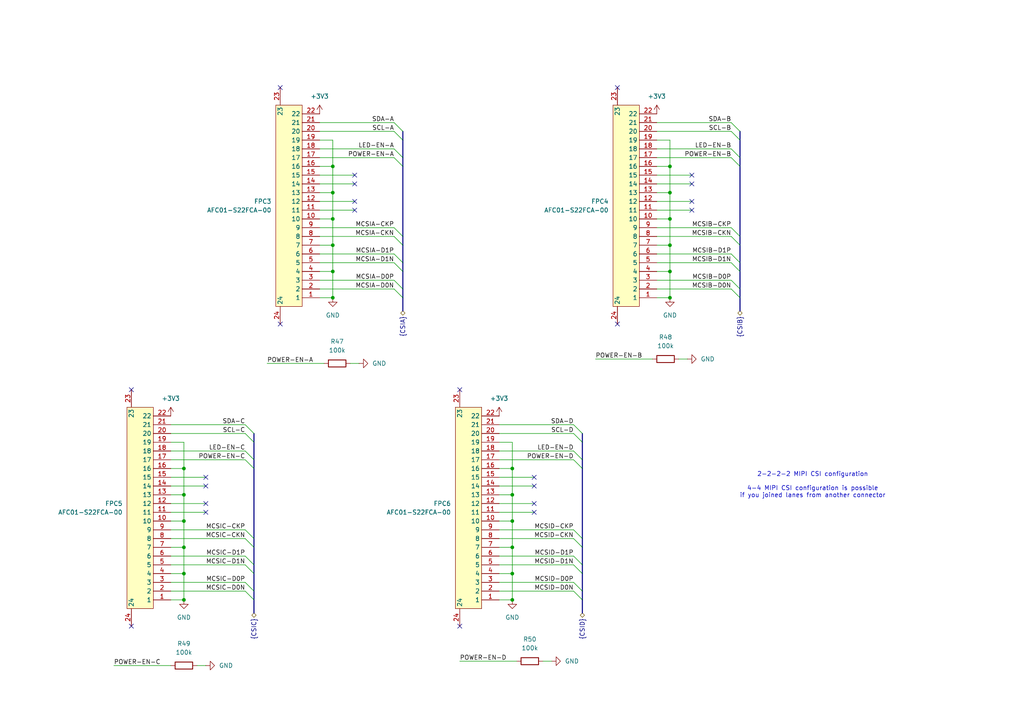
<source format=kicad_sch>
(kicad_sch (version 20250114) (generator "eeschema") (generator_version "9.0")
  (paper "A4")
  (title_block (date "2025-02-20") (rev "V0.1") (company "Matthew Spotten"))
  (lib_symbols
    (symbol "Device:R" (pin_numbers (hide yes)) (pin_names (offset 0))
      (property "Reference" "R" (at 2.032 0 90))
      (property "Value" "R" (at 0 0 90))
      (symbol "R_0_1"
        (rectangle (start -1.016 -2.54) (end 1.016 2.54) (stroke (width 0.254)))
      )
      (symbol "R_1_1"
        (pin passive line (at 0 3.81 270) (length 1.27) (name "~") (number "1"))
        (pin passive line (at 0 -3.81 90) (length 1.27) (name "~") (number "2"))
      )
    )
    (symbol "easyeda:AFC01-S22FCA-00"
      (property "Reference" "FPC" (at 0 39.37 0))
      (property "Value" "AFC01-S22FCA-00" (at 0 -39.37 0))
      (symbol "AFC01-S22FCA-00_0_1"
        (rectangle (start -1.27 29.21) (end 6.35 -29.21) (fill (type background)))
        (pin unspecified line (at -6.35 26.67 0) (length 5.08) (name "1") (number "1"))
        (pin unspecified line (at -6.35 24.13 0) (length 5.08) (name "2") (number "2"))
        (pin unspecified line (at -6.35 21.59 0) (length 5.08) (name "3") (number "3"))
        (pin unspecified line (at -6.35 19.05 0) (length 5.08) (name "4") (number "4"))
        (pin unspecified line (at -6.35 16.51 0) (length 5.08) (name "5") (number "5"))
        (pin unspecified line (at -6.35 13.97 0) (length 5.08) (name "6") (number "6"))
        (pin unspecified line (at -6.35 11.43 0) (length 5.08) (name "7") (number "7"))
        (pin unspecified line (at -6.35 8.89 0) (length 5.08) (name "8") (number "8"))
        (pin unspecified line (at -6.35 6.35 0) (length 5.08) (name "9") (number "9"))
        (pin unspecified line (at -6.35 3.81 0) (length 5.08) (name "10") (number "10"))
        (pin unspecified line (at -6.35 1.27 0) (length 5.08) (name "11") (number "11"))
        (pin unspecified line (at -6.35 -1.27 0) (length 5.08) (name "12") (number "12"))
        (pin unspecified line (at -6.35 -3.81 0) (length 5.08) (name "13") (number "13"))
        (pin unspecified line (at -6.35 -6.35 0) (length 5.08) (name "14") (number "14"))
        (pin unspecified line (at -6.35 -8.89 0) (length 5.08) (name "15") (number "15"))
        (pin unspecified line (at -6.35 -11.43 0) (length 5.08) (name "16") (number "16"))
        (pin unspecified line (at -6.35 -13.97 0) (length 5.08) (name "17") (number "17"))
        (pin unspecified line (at -6.35 -16.51 0) (length 5.08) (name "18") (number "18"))
        (pin unspecified line (at -6.35 -19.05 0) (length 5.08) (name "19") (number "19"))
        (pin unspecified line (at -6.35 -21.59 0) (length 5.08) (name "20") (number "20"))
        (pin unspecified line (at -6.35 -24.13 0) (length 5.08) (name "21") (number "21"))
        (pin unspecified line (at -6.35 -26.67 0) (length 5.08) (name "22") (number "22"))
        (pin unspecified line (at 5.08 34.29 270) (length 5.08) (name "24") (number "24"))
        (pin unspecified line (at 5.08 -34.29 90) (length 5.08) (name "23") (number "23"))
      )
    )
    (symbol "power:+3V3" (power) (pin_numbers (hide yes)) (pin_names (offset 0) (hide yes))
      (property "Value" "+3V3" (at 0 3.556 0))
      (symbol "+3V3_0_1"
        (polyline (pts (xy -0.762 1.27) (xy 0 2.54)))
        (polyline (pts (xy 0 2.54) (xy 0.762 1.27)))
        (polyline (pts (xy 0 0) (xy 0 2.54)))
      )
      (symbol "+3V3_1_1"
        (pin power_in line (at 0 0 90) (length 0) (name "~") (number "1"))
      )
    )
    (symbol "power:GND" (power) (pin_numbers (hide yes)) (pin_names (offset 0) (hide yes))
      (property "Value" "GND" (at 0 -3.81 0))
      (symbol "GND_0_1"
        (polyline (pts (xy 0 0) (xy 0 -1.27) (xy 1.27 -1.27) (xy 0 -2.54) (xy -1.27 -1.27) (xy 0 -1.27)))
      )
      (symbol "GND_1_1"
        (pin power_in line (at 0 0 270) (length 0) (name "~") (number "1"))
      )
    )
  )
  (bus_alias "CSIA" (members "MCSIA-D0N" "MCSIA-D0P" "MCSIA-D1N" "MCSIA-D1P" "MCSIA-CKN" "MCSIA-CKP" "POWER-EN-A" "LED-EN-A" "SCL-A" "SDA-A"))
  (bus_alias "CSIB" (members "MCSIB-D0N" "MCSIB-D0P" "MCSIB-D1N" "MCSIB-D1P" "MCSIB-CKN" "MCSIB-CKP" "POWER-EN-B" "LED-EN-B" "SCL-B" "SDA-B"))
  (bus_alias "CSIC" (members "MCSIC-D0N" "MCSIC-D0P" "MCSIC-D1N" "MCSIC-D1P" "MCSIC-CKN" "MCSIC-CKP" "POWER-EN-C" "LED-EN-C" "SCL-C" "SDA-C"))
  (bus_alias "CSID" (members "MCSID-D0N" "MCSID-D0P" "MCSID-D1N" "MCSID-D1P" "MCSID-CKN" "MCSID-CKP" "POWER-EN-D" "LED-EN-D" "SCL-D" "SDA-D"))
  (text "2-2-2-2 MIPI CSI configuration\n\n4-4 MIPI CSI configuration is possible\nif you joined lanes from another connector\n" (at 235.712 140.716 0) (effects (font (size 1.27 1.27))))
  (junction (at 194.31 55.88))
  (junction (at 148.59 135.89))
  (junction (at 53.34 166.37))
  (junction (at 194.31 48.26))
  (junction (at 148.59 173.99))
  (junction (at 96.52 63.5))
  (junction (at 53.34 135.89))
  (junction (at 148.59 166.37))
  (junction (at 194.31 71.12))
  (junction (at 148.59 143.51))
  (junction (at 194.31 86.36))
  (junction (at 53.34 158.75))
  (junction (at 96.52 55.88))
  (junction (at 53.34 143.51))
  (junction (at 194.31 63.5))
  (junction (at 194.31 78.74))
  (junction (at 148.59 158.75))
  (junction (at 53.34 151.13))
  (junction (at 148.59 151.13))
  (junction (at 96.52 48.26))
  (junction (at 96.52 78.74))
  (junction (at 96.52 71.12))
  (junction (at 53.34 173.99))
  (junction (at 96.52 86.36))
  (no_connect (at 59.69 148.59))
  (no_connect (at 102.87 53.34))
  (no_connect (at 154.94 138.43))
  (no_connect (at 81.28 25.4))
  (no_connect (at 59.69 146.05))
  (no_connect (at 81.28 93.98))
  (no_connect (at 154.94 148.59))
  (no_connect (at 102.87 60.96))
  (no_connect (at 38.1 113.03))
  (no_connect (at 179.07 93.98))
  (no_connect (at 102.87 58.42))
  (no_connect (at 59.69 140.97))
  (no_connect (at 154.94 146.05))
  (no_connect (at 154.94 140.97))
  (no_connect (at 38.1 181.61))
  (no_connect (at 133.35 113.03))
  (no_connect (at 179.07 25.4))
  (no_connect (at 102.87 50.8))
  (no_connect (at 200.66 53.34))
  (no_connect (at 133.35 181.61))
  (no_connect (at 200.66 60.96))
  (no_connect (at 59.69 138.43))
  (no_connect (at 200.66 58.42))
  (no_connect (at 200.66 50.8))
  (bus_entry (at 71.12 156.21) (size 2.54 2.54))
  (bus_entry (at 114.3 38.1) (size 2.54 2.54))
  (bus_entry (at 166.37 130.81) (size 2.54 2.54))
  (bus_entry (at 114.3 73.66) (size 2.54 2.54))
  (bus_entry (at 166.37 168.91) (size 2.54 2.54))
  (bus_entry (at 212.09 76.2) (size 2.54 2.54))
  (bus_entry (at 166.37 125.73) (size 2.54 2.54))
  (bus_entry (at 166.37 133.35) (size 2.54 2.54))
  (bus_entry (at 212.09 81.28) (size 2.54 2.54))
  (bus_entry (at 212.09 45.72) (size 2.54 2.54))
  (bus_entry (at 212.09 43.18) (size 2.54 2.54))
  (bus_entry (at 166.37 156.21) (size 2.54 2.54))
  (bus_entry (at 212.09 38.1) (size 2.54 2.54))
  (bus_entry (at 114.3 43.18) (size 2.54 2.54))
  (bus_entry (at 71.12 161.29) (size 2.54 2.54))
  (bus_entry (at 166.37 153.67) (size 2.54 2.54))
  (bus_entry (at 71.12 125.73) (size 2.54 2.54))
  (bus_entry (at 166.37 161.29) (size 2.54 2.54))
  (bus_entry (at 212.09 68.58) (size 2.54 2.54))
  (bus_entry (at 212.09 73.66) (size 2.54 2.54))
  (bus_entry (at 114.3 45.72) (size 2.54 2.54))
  (bus_entry (at 71.12 171.45) (size 2.54 2.54))
  (bus_entry (at 166.37 171.45) (size 2.54 2.54))
  (bus_entry (at 212.09 35.56) (size 2.54 2.54))
  (bus_entry (at 212.09 83.82) (size 2.54 2.54))
  (bus_entry (at 114.3 35.56) (size 2.54 2.54))
  (bus_entry (at 166.37 123.19) (size 2.54 2.54))
  (bus_entry (at 114.3 83.82) (size 2.54 2.54))
  (bus_entry (at 212.09 66.04) (size 2.54 2.54))
  (bus_entry (at 114.3 66.04) (size 2.54 2.54))
  (bus_entry (at 71.12 153.67) (size 2.54 2.54))
  (bus_entry (at 166.37 163.83) (size 2.54 2.54))
  (bus_entry (at 71.12 133.35) (size 2.54 2.54))
  (bus_entry (at 71.12 123.19) (size 2.54 2.54))
  (bus_entry (at 71.12 163.83) (size 2.54 2.54))
  (bus_entry (at 114.3 76.2) (size 2.54 2.54))
  (bus_entry (at 71.12 168.91) (size 2.54 2.54))
  (bus_entry (at 71.12 130.81) (size 2.54 2.54))
  (bus_entry (at 114.3 81.28) (size 2.54 2.54))
  (bus_entry (at 114.3 68.58) (size 2.54 2.54))
  (wire (pts (xy 144.78 143.51) (xy 148.59 143.51)))
  (wire (pts (xy 144.78 125.73) (xy 166.37 125.73)))
  (wire (pts (xy 49.53 125.73) (xy 71.12 125.73)))
  (wire (pts (xy 49.53 161.29) (xy 71.12 161.29)))
  (wire (pts (xy 49.53 133.35) (xy 71.12 133.35)))
  (wire (pts (xy 190.5 86.36) (xy 194.31 86.36)))
  (wire (pts (xy 49.53 146.05) (xy 59.69 146.05)))
  (wire (pts (xy 92.71 73.66) (xy 114.3 73.66)))
  (wire (pts (xy 194.31 78.74) (xy 194.31 86.36)))
  (wire (pts (xy 194.31 55.88) (xy 194.31 63.5)))
  (wire (pts (xy 49.53 156.21) (xy 71.12 156.21)))
  (wire (pts (xy 190.5 66.04) (xy 212.09 66.04)))
  (wire (pts (xy 190.5 68.58) (xy 212.09 68.58)))
  (bus (pts (xy 214.63 71.12) (xy 214.63 76.2)))
  (wire (pts (xy 144.78 128.27) (xy 148.59 128.27)))
  (wire (pts (xy 92.71 86.36) (xy 96.52 86.36)))
  (bus (pts (xy 168.91 163.83) (xy 168.91 166.37)))
  (wire (pts (xy 92.71 55.88) (xy 96.52 55.88)))
  (bus (pts (xy 214.63 45.72) (xy 214.63 48.26)))
  (wire (pts (xy 92.71 40.64) (xy 96.52 40.64)))
  (wire (pts (xy 49.53 166.37) (xy 53.34 166.37)))
  (bus (pts (xy 73.66 125.73) (xy 73.66 128.27)))
  (wire (pts (xy 92.71 45.72) (xy 114.3 45.72)))
  (wire (pts (xy 194.31 48.26) (xy 194.31 55.88)))
  (bus (pts (xy 214.63 76.2) (xy 214.63 78.74)))
  (wire (pts (xy 190.5 83.82) (xy 212.09 83.82)))
  (wire (pts (xy 190.5 50.8) (xy 200.66 50.8)))
  (wire (pts (xy 172.72 104.14) (xy 189.23 104.14)))
  (wire (pts (xy 92.71 53.34) (xy 102.87 53.34)))
  (wire (pts (xy 148.59 158.75) (xy 148.59 166.37)))
  (wire (pts (xy 144.78 151.13) (xy 148.59 151.13)))
  (wire (pts (xy 57.15 193.04) (xy 59.69 193.04)))
  (wire (pts (xy 144.78 171.45) (xy 166.37 171.45)))
  (bus (pts (xy 168.91 135.89) (xy 168.91 156.21)))
  (bus (pts (xy 73.66 158.75) (xy 73.66 163.83)))
  (wire (pts (xy 92.71 78.74) (xy 96.52 78.74)))
  (wire (pts (xy 49.53 151.13) (xy 53.34 151.13)))
  (wire (pts (xy 49.53 135.89) (xy 53.34 135.89)))
  (bus (pts (xy 214.63 83.82) (xy 214.63 86.36)))
  (wire (pts (xy 96.52 48.26) (xy 96.52 55.88)))
  (bus (pts (xy 168.91 128.27) (xy 168.91 133.35)))
  (wire (pts (xy 194.31 40.64) (xy 194.31 48.26)))
  (wire (pts (xy 144.78 133.35) (xy 166.37 133.35)))
  (bus (pts (xy 168.91 173.99) (xy 168.91 177.8)))
  (bus (pts (xy 168.91 171.45) (xy 168.91 173.99)))
  (wire (pts (xy 53.34 135.89) (xy 53.34 143.51)))
  (wire (pts (xy 77.47 105.41) (xy 93.98 105.41)))
  (wire (pts (xy 190.5 45.72) (xy 212.09 45.72)))
  (bus (pts (xy 73.66 135.89) (xy 73.66 156.21)))
  (wire (pts (xy 144.78 161.29) (xy 166.37 161.29)))
  (wire (pts (xy 144.78 168.91) (xy 166.37 168.91)))
  (bus (pts (xy 73.66 156.21) (xy 73.66 158.75)))
  (wire (pts (xy 92.71 83.82) (xy 114.3 83.82)))
  (wire (pts (xy 196.85 104.14) (xy 199.39 104.14)))
  (wire (pts (xy 92.71 63.5) (xy 96.52 63.5)))
  (wire (pts (xy 190.5 48.26) (xy 194.31 48.26)))
  (wire (pts (xy 92.71 43.18) (xy 114.3 43.18)))
  (wire (pts (xy 190.5 78.74) (xy 194.31 78.74)))
  (wire (pts (xy 49.53 140.97) (xy 59.69 140.97)))
  (wire (pts (xy 144.78 140.97) (xy 154.94 140.97)))
  (bus (pts (xy 168.91 166.37) (xy 168.91 171.45)))
  (wire (pts (xy 92.71 76.2) (xy 114.3 76.2)))
  (wire (pts (xy 92.71 58.42) (xy 102.87 58.42)))
  (wire (pts (xy 148.59 135.89) (xy 148.59 143.51)))
  (bus (pts (xy 73.66 133.35) (xy 73.66 135.89)))
  (wire (pts (xy 148.59 166.37) (xy 148.59 173.99)))
  (wire (pts (xy 96.52 55.88) (xy 96.52 63.5)))
  (wire (pts (xy 144.78 138.43) (xy 154.94 138.43)))
  (wire (pts (xy 157.48 191.77) (xy 160.02 191.77)))
  (wire (pts (xy 144.78 173.99) (xy 148.59 173.99)))
  (wire (pts (xy 190.5 40.64) (xy 194.31 40.64)))
  (wire (pts (xy 53.34 158.75) (xy 53.34 166.37)))
  (wire (pts (xy 190.5 81.28) (xy 212.09 81.28)))
  (wire (pts (xy 33.02 193.04) (xy 49.53 193.04)))
  (wire (pts (xy 92.71 60.96) (xy 102.87 60.96)))
  (bus (pts (xy 116.84 40.64) (xy 116.84 45.72)))
  (wire (pts (xy 49.53 138.43) (xy 59.69 138.43)))
  (wire (pts (xy 190.5 60.96) (xy 200.66 60.96)))
  (wire (pts (xy 49.53 143.51) (xy 53.34 143.51)))
  (wire (pts (xy 148.59 151.13) (xy 148.59 158.75)))
  (bus (pts (xy 116.84 78.74) (xy 116.84 83.82)))
  (wire (pts (xy 190.5 35.56) (xy 212.09 35.56)))
  (bus (pts (xy 116.84 45.72) (xy 116.84 48.26)))
  (wire (pts (xy 49.53 173.99) (xy 53.34 173.99)))
  (wire (pts (xy 133.35 191.77) (xy 149.86 191.77)))
  (wire (pts (xy 190.5 63.5) (xy 194.31 63.5)))
  (wire (pts (xy 144.78 156.21) (xy 166.37 156.21)))
  (bus (pts (xy 73.66 171.45) (xy 73.66 173.99)))
  (wire (pts (xy 49.53 153.67) (xy 71.12 153.67)))
  (bus (pts (xy 168.91 158.75) (xy 168.91 163.83)))
  (bus (pts (xy 116.84 71.12) (xy 116.84 76.2)))
  (wire (pts (xy 49.53 171.45) (xy 71.12 171.45)))
  (bus (pts (xy 116.84 76.2) (xy 116.84 78.74)))
  (bus (pts (xy 73.66 163.83) (xy 73.66 166.37)))
  (wire (pts (xy 190.5 43.18) (xy 212.09 43.18)))
  (wire (pts (xy 144.78 148.59) (xy 154.94 148.59)))
  (wire (pts (xy 190.5 55.88) (xy 194.31 55.88)))
  (wire (pts (xy 190.5 73.66) (xy 212.09 73.66)))
  (bus (pts (xy 214.63 78.74) (xy 214.63 83.82)))
  (bus (pts (xy 214.63 40.64) (xy 214.63 45.72)))
  (wire (pts (xy 96.52 63.5) (xy 96.52 71.12)))
  (bus (pts (xy 214.63 48.26) (xy 214.63 68.58)))
  (bus (pts (xy 116.84 86.36) (xy 116.84 90.17)))
  (wire (pts (xy 190.5 38.1) (xy 212.09 38.1)))
  (wire (pts (xy 148.59 128.27) (xy 148.59 135.89)))
  (wire (pts (xy 92.71 66.04) (xy 114.3 66.04)))
  (wire (pts (xy 96.52 40.64) (xy 96.52 48.26)))
  (bus (pts (xy 73.66 173.99) (xy 73.66 177.8)))
  (bus (pts (xy 116.84 68.58) (xy 116.84 71.12)))
  (wire (pts (xy 190.5 71.12) (xy 194.31 71.12)))
  (wire (pts (xy 144.78 163.83) (xy 166.37 163.83)))
  (wire (pts (xy 92.71 71.12) (xy 96.52 71.12)))
  (wire (pts (xy 194.31 71.12) (xy 194.31 78.74)))
  (wire (pts (xy 101.6 105.41) (xy 104.14 105.41)))
  (wire (pts (xy 49.53 148.59) (xy 59.69 148.59)))
  (wire (pts (xy 49.53 130.81) (xy 71.12 130.81)))
  (wire (pts (xy 148.59 143.51) (xy 148.59 151.13)))
  (wire (pts (xy 190.5 53.34) (xy 200.66 53.34)))
  (bus (pts (xy 73.66 128.27) (xy 73.66 133.35)))
  (wire (pts (xy 144.78 166.37) (xy 148.59 166.37)))
  (wire (pts (xy 144.78 158.75) (xy 148.59 158.75)))
  (wire (pts (xy 96.52 71.12) (xy 96.52 78.74)))
  (wire (pts (xy 190.5 58.42) (xy 200.66 58.42)))
  (bus (pts (xy 214.63 38.1) (xy 214.63 40.64)))
  (wire (pts (xy 144.78 153.67) (xy 166.37 153.67)))
  (wire (pts (xy 194.31 63.5) (xy 194.31 71.12)))
  (wire (pts (xy 92.71 81.28) (xy 114.3 81.28)))
  (bus (pts (xy 116.84 83.82) (xy 116.84 86.36)))
  (bus (pts (xy 73.66 166.37) (xy 73.66 171.45)))
  (wire (pts (xy 49.53 123.19) (xy 71.12 123.19)))
  (wire (pts (xy 92.71 38.1) (xy 114.3 38.1)))
  (wire (pts (xy 92.71 35.56) (xy 114.3 35.56)))
  (wire (pts (xy 49.53 158.75) (xy 53.34 158.75)))
  (wire (pts (xy 49.53 163.83) (xy 71.12 163.83)))
  (wire (pts (xy 53.34 166.37) (xy 53.34 173.99)))
  (bus (pts (xy 214.63 86.36) (xy 214.63 90.17)))
  (wire (pts (xy 49.53 168.91) (xy 71.12 168.91)))
  (wire (pts (xy 92.71 68.58) (xy 114.3 68.58)))
  (wire (pts (xy 92.71 50.8) (xy 102.87 50.8)))
  (wire (pts (xy 53.34 143.51) (xy 53.34 151.13)))
  (bus (pts (xy 116.84 38.1) (xy 116.84 40.64)))
  (bus (pts (xy 168.91 133.35) (xy 168.91 135.89)))
  (wire (pts (xy 53.34 151.13) (xy 53.34 158.75)))
  (wire (pts (xy 144.78 146.05) (xy 154.94 146.05)))
  (wire (pts (xy 96.52 78.74) (xy 96.52 86.36)))
  (wire (pts (xy 190.5 76.2) (xy 212.09 76.2)))
  (bus (pts (xy 168.91 156.21) (xy 168.91 158.75)))
  (bus (pts (xy 116.84 48.26) (xy 116.84 68.58)))
  (wire (pts (xy 144.78 130.81) (xy 166.37 130.81)))
  (wire (pts (xy 53.34 128.27) (xy 53.34 135.89)))
  (wire (pts (xy 144.78 123.19) (xy 166.37 123.19)))
  (bus (pts (xy 168.91 125.73) (xy 168.91 128.27)))
  (wire (pts (xy 92.71 48.26) (xy 96.52 48.26)))
  (bus (pts (xy 214.63 68.58) (xy 214.63 71.12)))
  (wire (pts (xy 144.78 135.89) (xy 148.59 135.89)))
  (wire (pts (xy 49.53 128.27) (xy 53.34 128.27)))
  (label "MCSID-CKN" (at 166.37 156.21 180))
  (label "MCSIA-D0N" (at 114.3 83.82 180))
  (label "MCSIA-D0P" (at 114.3 81.28 180))
  (label "MCSIB-D0P" (at 212.09 81.28 180))
  (label "MCSIB-D1P" (at 212.09 73.66 180))
  (label "LED-EN-C" (at 71.12 130.81 180))
  (label "POWER-EN-B" (at 212.09 45.72 180))
  (label "MCSIC-D0N" (at 71.12 171.45 180))
  (label "SDA-A" (at 114.3 35.56 180))
  (label "LED-EN-A" (at 114.3 43.18 180))
  (label "MCSIA-D1N" (at 114.3 76.2 180))
  (label "SCL-C" (at 71.12 125.73 180))
  (label "POWER-EN-A" (at 114.3 45.72 180))
  (label "SDA-B" (at 212.09 35.56 180))
  (label "POWER-EN-B" (at 172.72 104.14 0))
  (label "MCSID-D1P" (at 166.37 161.29 180))
  (label "MCSIA-D1P" (at 114.3 73.66 180))
  (label "SDA-D" (at 166.37 123.19 180))
  (label "MCSIA-CKN" (at 114.3 68.58 180))
  (label "MCSIC-CKN" (at 71.12 156.21 180))
  (label "MCSIB-CKN" (at 212.09 68.58 180))
  (label "MCSID-D0P" (at 166.37 168.91 180))
  (label "SCL-A" (at 114.3 38.1 180))
  (label "MCSID-D1N" (at 166.37 163.83 180))
  (label "LED-EN-B" (at 212.09 43.18 180))
  (label "SCL-D" (at 166.37 125.73 180))
  (label "MCSID-D0N" (at 166.37 171.45 180))
  (label "MCSIB-D1N" (at 212.09 76.2 180))
  (label "MCSIB-D0N" (at 212.09 83.82 180))
  (label "POWER-EN-D" (at 133.35 191.77 0))
  (label "MCSID-CKP" (at 166.37 153.67 180))
  (label "MCSIA-CKP" (at 114.3 66.04 180))
  (label "MCSIC-D1P" (at 71.12 161.29 180))
  (label "MCSIB-CKP" (at 212.09 66.04 180))
  (label "SCL-B" (at 212.09 38.1 180))
  (label "POWER-EN-C" (at 33.02 193.04 0))
  (label "POWER-EN-A" (at 77.47 105.41 0))
  (label "MCSIC-D0P" (at 71.12 168.91 180))
  (label "MCSIC-CKP" (at 71.12 153.67 180))
  (label "POWER-EN-C" (at 71.12 133.35 180))
  (label "POWER-EN-D" (at 166.37 133.35 180))
  (label "LED-EN-D" (at 166.37 130.81 180))
  (label "MCSIC-D1N" (at 71.12 163.83 180))
  (label "SDA-C" (at 71.12 123.19 180))
  (hierarchical_label "{CSIC}" (shape bidirectional) (at 73.66 177.8 270))
  (hierarchical_label "{CSIA}" (shape bidirectional) (at 116.84 90.17 270))
  (hierarchical_label "{CSIB}" (shape bidirectional) (at 214.63 90.17 270))
  (hierarchical_label "{CSID}" (shape bidirectional) (at 168.91 177.8 270))
  (symbol (lib_id "power:GND") (at 59.69 193.04 90) (unit 1)
    (property "Reference" "#PWR0152" (effects (hide yes)))
    (property "Value" "GND" (at 63.5 193.0399 90) (effects (justify right)))
    (property "Description" "Power symbol creates a global label with name \"GND\" , ground" (effects (hide yes)))
  )
  (symbol (lib_id "power:GND") (at 199.39 104.14 90) (unit 1)
    (property "Reference" "#PWR0151" (effects (hide yes)))
    (property "Value" "GND" (at 203.2 104.1399 90) (effects (justify right)))
    (property "Description" "Power symbol creates a global label with name \"GND\" , ground" (effects (hide yes)))
  )
  (symbol (lib_id "power:GND") (at 160.02 191.77 90) (unit 1)
    (property "Reference" "#PWR0153" (effects (hide yes)))
    (property "Value" "GND" (at 163.83 191.7699 90) (effects (justify right)))
    (property "Description" "Power symbol creates a global label with name \"GND\" , ground" (effects (hide yes)))
  )
  (symbol (lib_id "power:+3V3") (at 144.78 120.65 0) (unit 1)
    (property "Reference" "#PWR0148" (effects (hide yes)))
    (property "Value" "+3V3" (at 144.78 115.57 0))
    (property "Description" "Power symbol creates a global label with name \"+3V3\"" (effects (hide yes)))
  )
  (symbol (lib_id "Device:R") (at 153.67 191.77 90) (unit 1)
    (property "Reference" "R50" (at 153.67 185.42 90))
    (property "Value" "100k" (at 153.67 187.96 90))
    (property "Description" "Resistor" (effects (hide yes)))
  )
  (symbol (lib_id "power:+3V3") (at 190.5 33.02 0) (unit 1)
    (property "Reference" "#PWR0144" (effects (hide yes)))
    (property "Value" "+3V3" (at 190.5 27.94 0))
    (property "Description" "Power symbol creates a global label with name \"+3V3\"" (effects (hide yes)))
  )
  (symbol (lib_id "power:+3V3") (at 92.71 33.02 0) (unit 1)
    (property "Reference" "#PWR0143" (effects (hide yes)))
    (property "Value" "+3V3" (at 92.71 27.94 0))
    (property "Description" "Power symbol creates a global label with name \"+3V3\"" (effects (hide yes)))
  )
  (symbol (lib_id "power:GND") (at 96.52 86.36 0) (unit 1)
    (property "Reference" "#PWR0142" (effects (hide yes)))
    (property "Value" "GND" (at 96.52 91.44 0))
    (property "Description" "Power symbol creates a global label with name \"GND\" , ground" (effects (hide yes)))
  )
  (symbol (lib_id "easyeda:AFC01-S22FCA-00") (at 184.15 59.69 180) (unit 1)
    (property "Reference" "FPC4" (at 176.53 58.4199 0) (effects (justify left)))
    (property "Value" "AFC01-S22FCA-00" (at 176.53 60.9599 0) (effects (justify left)))
    (property "Footprint" "easyeda:FPC-SMD_P0.5-22P_FGS-XJ-H2.0" (effects (hide yes)))
    (property "Datasheet" "https://lcsc.com/product-detail/Others_JUSHUO-AFC01-S22FCA-00_C262668.html" (effects (hide yes)))
    (property "LCSC Part" "C262668" (effects (hide yes)))
  )
  (symbol (lib_id "power:GND") (at 104.14 105.41 90) (unit 1)
    (property "Reference" "#PWR0150" (effects (hide yes)))
    (property "Value" "GND" (at 107.95 105.4099 90) (effects (justify right)))
    (property "Description" "Power symbol creates a global label with name \"GND\" , ground" (effects (hide yes)))
  )
  (symbol (lib_id "Device:R") (at 97.79 105.41 90) (unit 1)
    (property "Reference" "R47" (at 97.79 99.06 90))
    (property "Value" "100k" (at 97.79 101.6 90))
    (property "Description" "Resistor" (effects (hide yes)))
  )
  (symbol (lib_id "easyeda:AFC01-S22FCA-00") (at 138.43 147.32 180) (unit 1)
    (property "Reference" "FPC6" (at 130.81 146.0499 0) (effects (justify left)))
    (property "Value" "AFC01-S22FCA-00" (at 130.81 148.5899 0) (effects (justify left)))
    (property "Footprint" "easyeda:FPC-SMD_P0.5-22P_FGS-XJ-H2.0" (effects (hide yes)))
    (property "Datasheet" "https://lcsc.com/product-detail/Others_JUSHUO-AFC01-S22FCA-00_C262668.html" (effects (hide yes)))
    (property "LCSC Part" "C262668" (effects (hide yes)))
  )
  (symbol (lib_id "Device:R") (at 193.04 104.14 90) (unit 1)
    (property "Reference" "R48" (at 193.04 97.79 90))
    (property "Value" "100k" (at 193.04 100.33 90))
    (property "Description" "Resistor" (effects (hide yes)))
  )
  (symbol (lib_id "easyeda:AFC01-S22FCA-00") (at 43.18 147.32 180) (unit 1)
    (property "Reference" "FPC5" (at 35.56 146.0499 0) (effects (justify left)))
    (property "Value" "AFC01-S22FCA-00" (at 35.56 148.5899 0) (effects (justify left)))
    (property "Footprint" "easyeda:FPC-SMD_P0.5-22P_FGS-XJ-H2.0" (effects (hide yes)))
    (property "Datasheet" "https://lcsc.com/product-detail/Others_JUSHUO-AFC01-S22FCA-00_C262668.html" (effects (hide yes)))
    (property "LCSC Part" "C262668" (effects (hide yes)))
  )
  (symbol (lib_id "Device:R") (at 53.34 193.04 90) (unit 1)
    (property "Reference" "R49" (at 53.34 186.69 90))
    (property "Value" "100k" (at 53.34 189.23 90))
    (property "Description" "Resistor" (effects (hide yes)))
  )
  (symbol (lib_id "power:+3V3") (at 49.53 120.65 0) (unit 1)
    (property "Reference" "#PWR0146" (effects (hide yes)))
    (property "Value" "+3V3" (at 49.53 115.57 0))
    (property "Description" "Power symbol creates a global label with name \"+3V3\"" (effects (hide yes)))
  )
  (symbol (lib_id "easyeda:AFC01-S22FCA-00") (at 86.36 59.69 180) (unit 1)
    (property "Reference" "FPC3" (at 78.74 58.4199 0) (effects (justify left)))
    (property "Value" "AFC01-S22FCA-00" (at 78.74 60.9599 0) (effects (justify left)))
    (property "Footprint" "easyeda:FPC-SMD_P0.5-22P_FGS-XJ-H2.0" (effects (hide yes)))
    (property "Datasheet" "https://lcsc.com/product-detail/Others_JUSHUO-AFC01-S22FCA-00_C262668.html" (effects (hide yes)))
    (property "LCSC Part" "C262668" (effects (hide yes)))
  )
  (symbol (lib_id "power:GND") (at 53.34 173.99 0) (unit 1)
    (property "Reference" "#PWR0147" (effects (hide yes)))
    (property "Value" "GND" (at 53.34 179.07 0))
    (property "Description" "Power symbol creates a global label with name \"GND\" , ground" (effects (hide yes)))
  )
  (symbol (lib_id "power:GND") (at 194.31 86.36 0) (unit 1)
    (property "Reference" "#PWR0145" (effects (hide yes)))
    (property "Value" "GND" (at 194.31 91.44 0))
    (property "Description" "Power symbol creates a global label with name \"GND\" , ground" (effects (hide yes)))
  )
  (symbol (lib_id "power:GND") (at 148.59 173.99 0) (unit 1)
    (property "Reference" "#PWR0149" (effects (hide yes)))
    (property "Value" "GND" (at 148.59 179.07 0))
    (property "Description" "Power symbol creates a global label with name \"GND\" , ground" (effects (hide yes)))
  )
)
</source>
